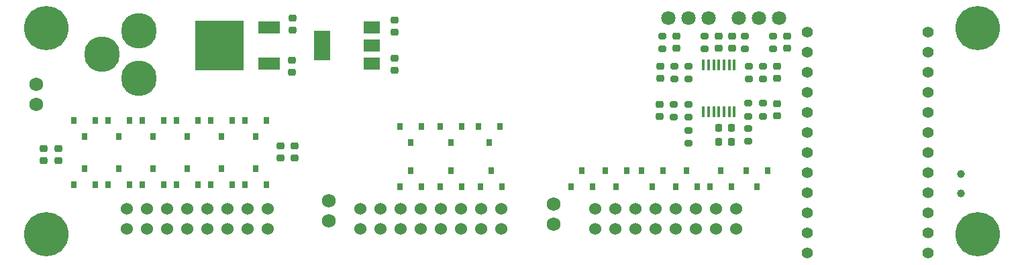
<source format=gbr>
%TF.GenerationSoftware,KiCad,Pcbnew,(6.0.7-1)-1*%
%TF.CreationDate,2022-09-02T18:16:08-04:00*%
%TF.ProjectId,power_mini_evolver,706f7765-725f-46d6-996e-695f65766f6c,rev?*%
%TF.SameCoordinates,Original*%
%TF.FileFunction,Soldermask,Top*%
%TF.FilePolarity,Negative*%
%FSLAX46Y46*%
G04 Gerber Fmt 4.6, Leading zero omitted, Abs format (unit mm)*
G04 Created by KiCad (PCBNEW (6.0.7-1)-1) date 2022-09-02 18:16:08*
%MOMM*%
%LPD*%
G01*
G04 APERTURE LIST*
G04 Aperture macros list*
%AMRoundRect*
0 Rectangle with rounded corners*
0 $1 Rounding radius*
0 $2 $3 $4 $5 $6 $7 $8 $9 X,Y pos of 4 corners*
0 Add a 4 corners polygon primitive as box body*
4,1,4,$2,$3,$4,$5,$6,$7,$8,$9,$2,$3,0*
0 Add four circle primitives for the rounded corners*
1,1,$1+$1,$2,$3*
1,1,$1+$1,$4,$5*
1,1,$1+$1,$6,$7*
1,1,$1+$1,$8,$9*
0 Add four rect primitives between the rounded corners*
20,1,$1+$1,$2,$3,$4,$5,0*
20,1,$1+$1,$4,$5,$6,$7,0*
20,1,$1+$1,$6,$7,$8,$9,0*
20,1,$1+$1,$8,$9,$2,$3,0*%
G04 Aperture macros list end*
%ADD10C,1.800000*%
%ADD11R,0.800000X0.900000*%
%ADD12RoundRect,0.200000X-0.275000X0.200000X-0.275000X-0.200000X0.275000X-0.200000X0.275000X0.200000X0*%
%ADD13RoundRect,0.200000X0.275000X-0.200000X0.275000X0.200000X-0.275000X0.200000X-0.275000X-0.200000X0*%
%ADD14RoundRect,0.225000X0.250000X-0.225000X0.250000X0.225000X-0.250000X0.225000X-0.250000X-0.225000X0*%
%ADD15RoundRect,0.225000X-0.250000X0.225000X-0.250000X-0.225000X0.250000X-0.225000X0.250000X0.225000X0*%
%ADD16RoundRect,0.225000X-0.225000X-0.250000X0.225000X-0.250000X0.225000X0.250000X-0.225000X0.250000X0*%
%ADD17RoundRect,0.225000X0.225000X0.250000X-0.225000X0.250000X-0.225000X-0.250000X0.225000X-0.250000X0*%
%ADD18R,2.800000X1.500000*%
%ADD19R,6.100000X6.300000*%
%ADD20C,1.397000*%
%ADD21C,1.000000*%
%ADD22C,4.500000*%
%ADD23C,1.750000*%
%ADD24R,2.000000X1.500000*%
%ADD25R,2.000000X3.800000*%
%ADD26C,1.524000*%
%ADD27C,5.600000*%
%ADD28R,0.450000X1.450000*%
G04 APERTURE END LIST*
D10*
%TO.C,JP2*%
X167386000Y-81280000D03*
X169926000Y-81280000D03*
X172466000Y-81280000D03*
%TD*%
D11*
%TO.C,Q10*%
X109648000Y-94250000D03*
X110998000Y-96250000D03*
X112348000Y-94250000D03*
%TD*%
D12*
%TO.C,R14*%
X168148000Y-88963000D03*
X168148000Y-87313000D03*
%TD*%
%TO.C,R13*%
X179324000Y-87313000D03*
X179324000Y-88963000D03*
%TD*%
%TO.C,R12*%
X177546000Y-88963000D03*
X177546000Y-87313000D03*
%TD*%
%TO.C,R11*%
X169926000Y-87313000D03*
X169926000Y-88963000D03*
%TD*%
%TO.C,R10*%
X179324000Y-92012000D03*
X179324000Y-93662000D03*
%TD*%
%TO.C,R9*%
X168046400Y-93789000D03*
X168046400Y-92139000D03*
%TD*%
D13*
%TO.C,R8*%
X177444400Y-93662000D03*
X177444400Y-92012000D03*
%TD*%
%TO.C,R7*%
X169926000Y-92139000D03*
X169926000Y-93789000D03*
%TD*%
%TO.C,R6*%
X166624000Y-85153000D03*
X166624000Y-83503000D03*
%TD*%
%TO.C,R5*%
X177038000Y-85153000D03*
X177038000Y-83503000D03*
%TD*%
D12*
%TO.C,R4*%
X171958000Y-83503000D03*
X171958000Y-85153000D03*
%TD*%
%TO.C,R3*%
X180594000Y-83503000D03*
X180594000Y-85153000D03*
%TD*%
%TO.C,R2*%
X177419000Y-95187000D03*
X177419000Y-96837000D03*
%TD*%
%TO.C,R1*%
X169926000Y-95441000D03*
X169926000Y-97091000D03*
%TD*%
D14*
%TO.C,C19*%
X168402000Y-85103000D03*
X168402000Y-83553000D03*
%TD*%
%TO.C,C18*%
X175387000Y-85103000D03*
X175387000Y-83553000D03*
%TD*%
%TO.C,C17*%
X173736000Y-85103000D03*
X173736000Y-83553000D03*
%TD*%
%TO.C,C16*%
X182372000Y-85103000D03*
X182372000Y-83553000D03*
%TD*%
D15*
%TO.C,C14*%
X119913400Y-81267000D03*
X119913400Y-82817000D03*
%TD*%
%TO.C,C13*%
X132842000Y-81521000D03*
X132842000Y-83071000D03*
%TD*%
%TO.C,C12*%
X90424000Y-97777000D03*
X90424000Y-99327000D03*
%TD*%
D14*
%TO.C,C11*%
X132842000Y-87897000D03*
X132842000Y-86347000D03*
%TD*%
%TO.C,C10*%
X119888000Y-88151000D03*
X119888000Y-86601000D03*
%TD*%
D15*
%TO.C,C9*%
X88493600Y-97777000D03*
X88493600Y-99327000D03*
%TD*%
%TO.C,C8*%
X120150468Y-97396000D03*
X120150468Y-98946000D03*
%TD*%
%TO.C,C7*%
X166370000Y-87363000D03*
X166370000Y-88913000D03*
%TD*%
%TO.C,C6*%
X181102000Y-87363000D03*
X181102000Y-88913000D03*
%TD*%
%TO.C,C5*%
X118414800Y-97396000D03*
X118414800Y-98946000D03*
%TD*%
%TO.C,C4*%
X166268400Y-93739000D03*
X166268400Y-92189000D03*
%TD*%
%TO.C,C3*%
X181102000Y-92062000D03*
X181102000Y-93612000D03*
%TD*%
D16*
%TO.C,C2*%
X173723000Y-95123000D03*
X175273000Y-95123000D03*
%TD*%
D17*
%TO.C,C1*%
X175273000Y-96901000D03*
X173723000Y-96901000D03*
%TD*%
D18*
%TO.C,U4*%
X116994000Y-86969600D03*
X116994000Y-82397600D03*
D19*
X110744000Y-84683600D03*
%TD*%
D20*
%TO.C,P1*%
X200152000Y-83058000D03*
X200152000Y-85598000D03*
X200152000Y-88138000D03*
X200152000Y-90678000D03*
X200152000Y-93218000D03*
X200152000Y-95758000D03*
X200152000Y-98298000D03*
X200152000Y-103378000D03*
X200152000Y-105918000D03*
X200152000Y-108458000D03*
X200152000Y-110998000D03*
X200152000Y-100838000D03*
X184912000Y-100838000D03*
X184912000Y-110998000D03*
X184912000Y-108458000D03*
X184912000Y-105918000D03*
X184912000Y-103378000D03*
X184912000Y-98298000D03*
X184912000Y-95758000D03*
X184912000Y-93218000D03*
X184912000Y-90678000D03*
X184912000Y-88138000D03*
X184912000Y-85598000D03*
X184912000Y-83058000D03*
%TD*%
D21*
%TO.C,C15*%
X204292200Y-100959600D03*
X204292200Y-103459600D03*
%TD*%
D22*
%TO.C,CON1*%
X95884000Y-85852000D03*
X100584000Y-82852000D03*
X100584000Y-88852000D03*
%TD*%
D11*
%TO.C,D1*%
X146384000Y-102600000D03*
X143684000Y-102600000D03*
X145034000Y-100600000D03*
%TD*%
%TO.C,D2*%
X95076000Y-102346000D03*
X92376000Y-102346000D03*
X93726000Y-100346000D03*
%TD*%
%TO.C,D3*%
X99394000Y-102346000D03*
X96694000Y-102346000D03*
X98044000Y-100346000D03*
%TD*%
%TO.C,D4*%
X175340000Y-102600000D03*
X172640000Y-102600000D03*
X173990000Y-100600000D03*
%TD*%
%TO.C,D5*%
X103712000Y-102346000D03*
X101012000Y-102346000D03*
X102362000Y-100346000D03*
%TD*%
%TO.C,D6*%
X141304000Y-102600000D03*
X138604000Y-102600000D03*
X139954000Y-100600000D03*
%TD*%
%TO.C,D7*%
X108030000Y-102346000D03*
X105330000Y-102346000D03*
X106680000Y-100346000D03*
%TD*%
%TO.C,D8*%
X171022000Y-102600000D03*
X168322000Y-102600000D03*
X169672000Y-100600000D03*
%TD*%
%TO.C,D9*%
X136224000Y-102600000D03*
X133524000Y-102600000D03*
X134874000Y-100600000D03*
%TD*%
%TO.C,D10*%
X112348000Y-102346000D03*
X109648000Y-102346000D03*
X110998000Y-100346000D03*
%TD*%
%TO.C,D11*%
X157814000Y-102600000D03*
X155114000Y-102600000D03*
X156464000Y-100600000D03*
%TD*%
%TO.C,D12*%
X116666000Y-102346000D03*
X113966000Y-102346000D03*
X115316000Y-100346000D03*
%TD*%
D10*
%TO.C,JP1*%
X176276000Y-81280000D03*
X178816000Y-81280000D03*
X181356000Y-81280000D03*
%TD*%
D23*
%TO.C,P5*%
X124510800Y-104394000D03*
X124510800Y-106934000D03*
%TD*%
%TO.C,P6*%
X152831800Y-104749600D03*
X152831800Y-107289600D03*
%TD*%
D11*
%TO.C,Q1*%
X143430000Y-95012000D03*
X144780000Y-97012000D03*
X146130000Y-95012000D03*
%TD*%
%TO.C,Q2*%
X92376000Y-94250000D03*
X93726000Y-96250000D03*
X95076000Y-94250000D03*
%TD*%
%TO.C,Q3*%
X96694000Y-94250000D03*
X98044000Y-96250000D03*
X99394000Y-94250000D03*
%TD*%
%TO.C,Q4*%
X177212000Y-100600000D03*
X178562000Y-102600000D03*
X179912000Y-100600000D03*
%TD*%
%TO.C,Q5*%
X101012000Y-94250000D03*
X102362000Y-96250000D03*
X103712000Y-94250000D03*
%TD*%
%TO.C,Q6*%
X138604000Y-95012000D03*
X139954000Y-97012000D03*
X141304000Y-95012000D03*
%TD*%
%TO.C,Q7*%
X105330000Y-94250000D03*
X106680000Y-96250000D03*
X108030000Y-94250000D03*
%TD*%
%TO.C,Q8*%
X164004000Y-100600000D03*
X165354000Y-102600000D03*
X166704000Y-100600000D03*
%TD*%
%TO.C,Q9*%
X133524000Y-95012000D03*
X134874000Y-97012000D03*
X136224000Y-95012000D03*
%TD*%
%TO.C,Q11*%
X159432000Y-100600000D03*
X160782000Y-102600000D03*
X162132000Y-100600000D03*
%TD*%
%TO.C,Q12*%
X113966000Y-94250000D03*
X115316000Y-96250000D03*
X116666000Y-94250000D03*
%TD*%
D24*
%TO.C,U3*%
X129964600Y-87009000D03*
X129964600Y-82409000D03*
X129964600Y-84709000D03*
D25*
X123664600Y-84709000D03*
%TD*%
D26*
%TO.C,P2*%
X128524000Y-107950000D03*
X128524000Y-105410000D03*
X131064000Y-107950000D03*
X131064000Y-105410000D03*
X133604000Y-107950000D03*
X133604000Y-105410000D03*
X136144000Y-107950000D03*
X136144000Y-105410000D03*
X138684000Y-107950000D03*
X138684000Y-105410000D03*
X141224000Y-107950000D03*
X141224000Y-105410000D03*
X143764000Y-107950000D03*
X143764000Y-105410000D03*
X146304000Y-107950000D03*
X146304000Y-105410000D03*
%TD*%
%TO.C,P3*%
X175895000Y-105410000D03*
X175895000Y-107950000D03*
X173355000Y-105410000D03*
X173355000Y-107950000D03*
X170815000Y-105410000D03*
X170815000Y-107950000D03*
X168275000Y-105410000D03*
X168275000Y-107950000D03*
X165735000Y-105410000D03*
X165735000Y-107950000D03*
X163195000Y-105410000D03*
X163195000Y-107950000D03*
X160655000Y-105410000D03*
X160655000Y-107950000D03*
X158115000Y-105410000D03*
X158115000Y-107950000D03*
%TD*%
%TO.C,P4*%
X99060000Y-107950000D03*
X99060000Y-105410000D03*
X101600000Y-107950000D03*
X101600000Y-105410000D03*
X104140000Y-107950000D03*
X104140000Y-105410000D03*
X106680000Y-107950000D03*
X106680000Y-105410000D03*
X109220000Y-107950000D03*
X109220000Y-105410000D03*
X111760000Y-107950000D03*
X111760000Y-105410000D03*
X114300000Y-107950000D03*
X114300000Y-105410000D03*
X116840000Y-107950000D03*
X116840000Y-105410000D03*
%TD*%
D27*
%TO.C,H1*%
X88900000Y-108585000D03*
%TD*%
%TO.C,H2*%
X88900000Y-82550000D03*
%TD*%
%TO.C,H3*%
X206375000Y-82550000D03*
%TD*%
%TO.C,H4*%
X206375000Y-108585000D03*
%TD*%
D23*
%TO.C,P7*%
X87579200Y-89611200D03*
X87579200Y-92151200D03*
%TD*%
D28*
%TO.C,U1*%
X171786000Y-93120000D03*
X172436000Y-93120000D03*
X173086000Y-93120000D03*
X173736000Y-93120000D03*
X174386000Y-93120000D03*
X175036000Y-93120000D03*
X175686000Y-93120000D03*
X171786000Y-87220000D03*
X172436000Y-87220000D03*
X173086000Y-87220000D03*
X173736000Y-87220000D03*
X174386000Y-87220000D03*
X175036000Y-87220000D03*
X175686000Y-87220000D03*
%TD*%
M02*

</source>
